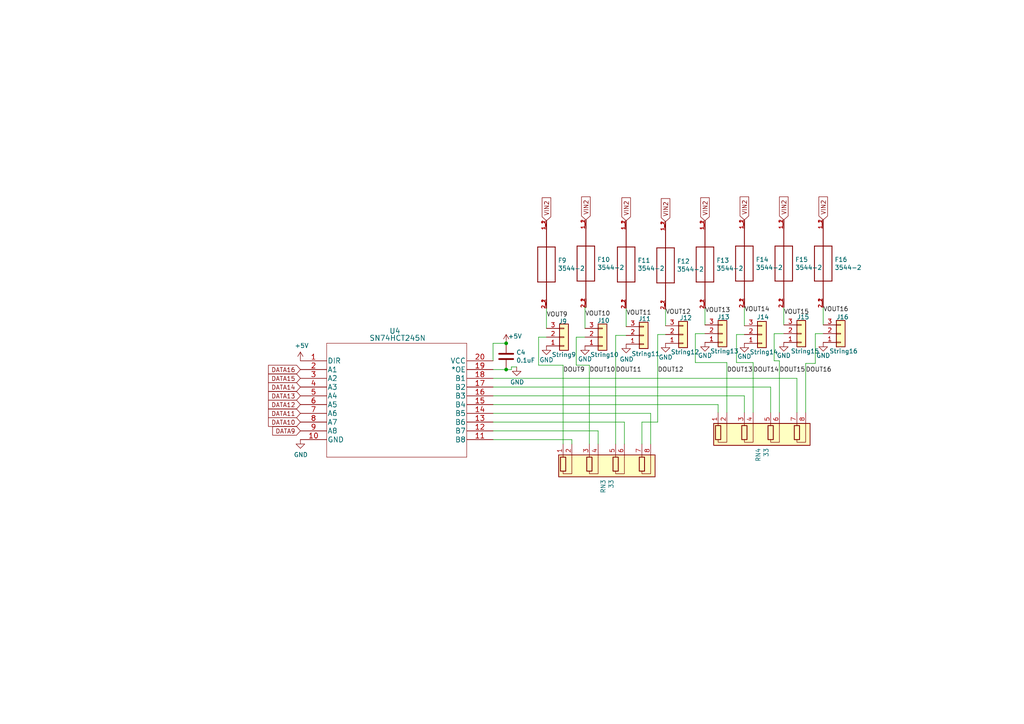
<source format=kicad_sch>
(kicad_sch (version 20211123) (generator eeschema)
  (paper "A4")
  (title_block (title "BBB 16") (date "2023-02-02") (rev "v2.3") (company "Scott Hanson"))
  (lib_symbols
    (symbol "BBB_16-rescue:3544-2-Keystone_Fuse" (pin_names (offset 1.016) hide)
      (property "Reference" "F" (at -5.08 3.302 0))
      (property "Value" "3544-2-Keystone_Fuse" (at -5.08 -5.08 0))
      (symbol "3544-2-Keystone_Fuse_0_0"
        (polyline (pts (xy -12.7 0) (xy 12.7 0)) (stroke (width 0.254)))
        (polyline (pts (xy -5.08 -2.54) (xy -5.08 2.54)) (stroke (width 0.254)))
        (polyline (pts (xy -5.08 2.54) (xy 5.08 2.54)) (stroke (width 0.254)))
        (polyline (pts (xy 5.08 -2.54) (xy -5.08 -2.54)) (stroke (width 0.254)))
        (polyline (pts (xy 5.08 2.54) (xy 5.08 -2.54)) (stroke (width 0.254)))
        (pin passive line (at -12.7 0 0) (length 2.54) (name "1") (number "1_1"))
        (pin passive line (at -12.7 0 0) (length 2.54) (name "1") (number "1_2"))
        (pin passive line (at 12.7 0 180) (length 2.54) (name "2") (number "2_1"))
        (pin passive line (at 12.7 0 180) (length 2.54) (name "2") (number "2_2"))
      )
    )
    (symbol "BBB_16-rescue:C-Device" (pin_numbers hide) (pin_names (offset 0.254))
      (property "Reference" "C" (at 0.635 2.54 0))
      (property "Value" "C-Device" (at 0.635 -2.54 0))
      (symbol "C-Device_0_1"
        (polyline (pts (xy -2.032 -0.762) (xy 2.032 -0.762)) (stroke (width 0.508)))
        (polyline (pts (xy -2.032 0.762) (xy 2.032 0.762)) (stroke (width 0.508)))
      )
      (symbol "C-Device_1_1"
        (pin passive line (at 0 3.81 270) (length 2.794) (name "~") (number "1"))
        (pin passive line (at 0 -3.81 90) (length 2.794) (name "~") (number "2"))
      )
    )
    (symbol "BBB_16-rescue:R_Pack04_SIP-Device" (pin_names (offset 0) hide)
      (property "Reference" "RN" (at -15.24 0 90))
      (property "Value" "R_Pack04_SIP-Device" (at 15.24 0 90))
      (symbol "R_Pack04_SIP-Device_0_1"
        (rectangle (start -13.97 -1.905) (end 13.97 4.445) (stroke (width 0.254)) (fill (type background)))
        (rectangle (start -13.462 2.794) (end -11.938 -1.27) (stroke (width 0.254)))
        (rectangle (start -5.842 2.794) (end -4.318 -1.27) (stroke (width 0.254)))
        (polyline (pts (xy -12.7 2.794) (xy -12.7 3.556) (xy -10.16 3.556) (xy -10.16 -1.27)))
        (polyline (pts (xy -5.08 2.794) (xy -5.08 3.556) (xy -2.54 3.556) (xy -2.54 -1.27)))
        (polyline (pts (xy 2.54 2.794) (xy 2.54 3.556) (xy 5.08 3.556) (xy 5.08 -1.27)))
        (polyline (pts (xy 10.16 2.794) (xy 10.16 3.556) (xy 12.7 3.556) (xy 12.7 -1.27)))
        (rectangle (start 1.778 2.794) (end 3.302 -1.27) (stroke (width 0.254)))
        (rectangle (start 9.398 2.794) (end 10.922 -1.27) (stroke (width 0.254)))
      )
      (symbol "R_Pack04_SIP-Device_1_1"
        (pin passive line (at -12.7 -5.08 90) (length 3.81) (name "R1.1") (number "1"))
        (pin passive line (at -10.16 -5.08 90) (length 3.81) (name "R1.2") (number "2"))
        (pin passive line (at -5.08 -5.08 90) (length 3.81) (name "R2.1") (number "3"))
        (pin passive line (at -2.54 -5.08 90) (length 3.81) (name "R2.2") (number "4"))
        (pin passive line (at 2.54 -5.08 90) (length 3.81) (name "R3.1") (number "5"))
        (pin passive line (at 5.08 -5.08 90) (length 3.81) (name "R3.2") (number "6"))
        (pin passive line (at 10.16 -5.08 90) (length 3.81) (name "R4.1") (number "7"))
        (pin passive line (at 12.7 -5.08 90) (length 3.81) (name "R4.2") (number "8"))
      )
    )
    (symbol "BBB_16-rescue:SN74HCT245N-SN74HCT245N" (pin_names (offset 0.254))
      (property "Reference" "U" (at 27.94 10.16 0))
      (property "Value" "SN74HCT245N-SN74HCT245N" (at 27.94 7.62 0))
      (symbol "SN74HCT245N-SN74HCT245N_1_0"
        (polyline (pts (xy 7.62 -27.94) (xy 48.26 -27.94)) (stroke (width 0.127)))
        (polyline (pts (xy 7.62 5.08) (xy 7.62 -27.94)) (stroke (width 0.127)))
        (polyline (pts (xy 48.26 -27.94) (xy 48.26 5.08)) (stroke (width 0.127)))
        (polyline (pts (xy 48.26 5.08) (xy 7.62 5.08)) (stroke (width 0.127)))
        (pin input line (at 0 0 0) (length 7.62) (name "DIR") (number "1"))
        (pin power_in line (at 0 -22.86 0) (length 7.62) (name "GND") (number "10"))
        (pin bidirectional line (at 55.88 -22.86 180) (length 7.62) (name "B8") (number "11"))
        (pin bidirectional line (at 55.88 -20.32 180) (length 7.62) (name "B7") (number "12"))
        (pin bidirectional line (at 55.88 -17.78 180) (length 7.62) (name "B6") (number "13"))
        (pin bidirectional line (at 55.88 -15.24 180) (length 7.62) (name "B5") (number "14"))
        (pin bidirectional line (at 55.88 -12.7 180) (length 7.62) (name "B4") (number "15"))
        (pin bidirectional line (at 55.88 -10.16 180) (length 7.62) (name "B3") (number "16"))
        (pin bidirectional line (at 55.88 -7.62 180) (length 7.62) (name "B2") (number "17"))
        (pin bidirectional line (at 55.88 -5.08 180) (length 7.62) (name "B1") (number "18"))
        (pin input line (at 55.88 -2.54 180) (length 7.62) (name "*OE") (number "19"))
        (pin bidirectional line (at 0 -2.54 0) (length 7.62) (name "A1") (number "2"))
        (pin power_in line (at 55.88 0 180) (length 7.62) (name "VCC") (number "20"))
        (pin bidirectional line (at 0 -5.08 0) (length 7.62) (name "A2") (number "3"))
        (pin bidirectional line (at 0 -7.62 0) (length 7.62) (name "A3") (number "4"))
        (pin bidirectional line (at 0 -10.16 0) (length 7.62) (name "A4") (number "5"))
        (pin bidirectional line (at 0 -12.7 0) (length 7.62) (name "A5") (number "6"))
        (pin bidirectional line (at 0 -15.24 0) (length 7.62) (name "A6") (number "7"))
        (pin bidirectional line (at 0 -17.78 0) (length 7.62) (name "A7") (number "8"))
        (pin bidirectional line (at 0 -20.32 0) (length 7.62) (name "A8") (number "9"))
      )
    )
    (symbol "Connector_Generic:Conn_01x03" (pin_names (offset 1.016) hide)
      (property "Reference" "J" (at 0 5.08 0))
      (property "Value" "Conn_01x03" (at 0 -5.08 0))
      (symbol "Conn_01x03_1_1"
        (rectangle (start -1.27 -2.413) (end 0 -2.667) (stroke (width 0.1524)))
        (rectangle (start -1.27 0.127) (end 0 -0.127) (stroke (width 0.1524)))
        (rectangle (start -1.27 2.667) (end 0 2.413) (stroke (width 0.1524)))
        (rectangle (start -1.27 3.81) (end 1.27 -3.81) (stroke (width 0.254)) (fill (type background)))
        (pin passive line (at -5.08 2.54 0) (length 3.81) (name "Pin_1") (number "1"))
        (pin passive line (at -5.08 0 0) (length 3.81) (name "Pin_2") (number "2"))
        (pin passive line (at -5.08 -2.54 0) (length 3.81) (name "Pin_3") (number "3"))
      )
    )
    (symbol "power:+5V" (power) (pin_names (offset 0))
      (property "Value" "+5V" (at 0 3.556 0))
      (symbol "+5V_0_1"
        (polyline (pts (xy -0.762 1.27) (xy 0 2.54)))
        (polyline (pts (xy 0 0) (xy 0 2.54)))
        (polyline (pts (xy 0 2.54) (xy 0.762 1.27)))
      )
      (symbol "+5V_1_1"
        (pin power_in line (at 0 0 90) (length 0) hide (name "+5V") (number "1"))
      )
    )
    (symbol "power:GND" (power) (pin_names (offset 0))
      (property "Value" "GND" (at 0 -3.81 0))
      (symbol "GND_0_1"
        (polyline (pts (xy 0 0) (xy 0 -1.27) (xy 1.27 -1.27) (xy 0 -2.54) (xy -1.27 -1.27) (xy 0 -1.27)))
      )
      (symbol "GND_1_1"
        (pin power_in line (at 0 0 270) (length 0) hide (name "GND") (number "1"))
      )
    )
  )
  (junction (at 146.812 99.568))
  (junction (at 146.812 107.188))
  (wire (pts (xy 224.536 96.774) (xy 227.33 96.774)))
  (wire (pts (xy 204.47 94.234) (xy 204.47 89.408)))
  (wire (pts (xy 146.812 107.188) (xy 143.002 107.188)))
  (wire (pts (xy 169.672 95.25) (xy 169.672 89.154)))
  (wire (pts (xy 143.002 112.268) (xy 223.52 112.268)))
  (wire (pts (xy 190.754 122.428) (xy 186.182 122.428)))
  (wire (pts (xy 169.672 89.154) (xy 169.926 89.154)))
  (wire (pts (xy 170.942 105.918) (xy 167.132 105.918)))
  (wire (pts (xy 224.536 104.648) (xy 224.536 96.774)))
  (wire (pts (xy 181.102 122.428) (xy 181.102 128.778)))
  (wire (pts (xy 233.68 105.41) (xy 236.474 105.41)))
  (wire (pts (xy 146.812 99.568) (xy 143.002 99.568)))
  (wire (pts (xy 165.862 127.508) (xy 165.862 128.778)))
  (wire (pts (xy 148.336 107.188) (xy 146.812 107.188)))
  (wire (pts (xy 156.21 105.918) (xy 156.21 97.79)))
  (wire (pts (xy 143.002 119.888) (xy 188.722 119.888)))
  (wire (pts (xy 213.614 105.156) (xy 218.44 105.156)))
  (wire (pts (xy 170.942 128.778) (xy 170.942 105.918)))
  (wire (pts (xy 201.676 105.156) (xy 210.82 105.156)))
  (wire (pts (xy 193.04 97.028) (xy 190.754 97.028)))
  (wire (pts (xy 173.482 124.968) (xy 173.482 128.778)))
  (wire (pts (xy 148.336 106.426) (xy 148.336 107.188)))
  (wire (pts (xy 236.474 96.774) (xy 238.76 96.774)))
  (wire (pts (xy 143.002 117.348) (xy 208.28 117.348)))
  (wire (pts (xy 178.562 97.282) (xy 181.61 97.282)))
  (wire (pts (xy 143.002 124.968) (xy 173.482 124.968)))
  (wire (pts (xy 156.21 97.79) (xy 158.496 97.79)))
  (wire (pts (xy 204.47 96.774) (xy 201.676 96.774)))
  (wire (pts (xy 213.614 97.028) (xy 213.614 105.156)))
  (wire (pts (xy 231.14 109.728) (xy 231.14 119.634)))
  (wire (pts (xy 181.61 89.408) (xy 181.61 94.742)))
  (wire (pts (xy 143.002 114.808) (xy 215.9 114.808)))
  (wire (pts (xy 143.002 109.728) (xy 231.14 109.728)))
  (wire (pts (xy 215.9 97.028) (xy 213.614 97.028)))
  (wire (pts (xy 178.562 128.778) (xy 178.562 97.282)))
  (wire (pts (xy 167.132 105.918) (xy 167.132 97.79)))
  (wire (pts (xy 163.322 128.778) (xy 163.322 105.918)))
  (wire (pts (xy 226.06 119.634) (xy 226.06 104.648)))
  (wire (pts (xy 169.672 97.79) (xy 167.132 97.79)))
  (wire (pts (xy 163.322 105.918) (xy 156.21 105.918)))
  (wire (pts (xy 218.44 105.156) (xy 218.44 119.634)))
  (wire (pts (xy 143.002 122.428) (xy 181.102 122.428)))
  (wire (pts (xy 193.04 94.488) (xy 193.04 89.662)))
  (wire (pts (xy 188.722 119.888) (xy 188.722 128.778)))
  (wire (pts (xy 149.86 106.426) (xy 148.336 106.426)))
  (wire (pts (xy 210.82 105.156) (xy 210.82 119.634)))
  (wire (pts (xy 143.002 99.568) (xy 143.002 104.648)))
  (wire (pts (xy 226.06 104.648) (xy 224.536 104.648)))
  (wire (pts (xy 186.182 122.428) (xy 186.182 128.778)))
  (wire (pts (xy 201.676 96.774) (xy 201.676 105.156)))
  (wire (pts (xy 215.9 89.154) (xy 215.9 94.488)))
  (wire (pts (xy 158.496 89.408) (xy 158.496 95.25)))
  (wire (pts (xy 236.474 105.41) (xy 236.474 96.774)))
  (wire (pts (xy 238.76 94.234) (xy 238.76 89.154)))
  (wire (pts (xy 190.754 97.028) (xy 190.754 122.428)))
  (wire (pts (xy 208.28 117.348) (xy 208.28 119.634)))
  (wire (pts (xy 227.33 89.154) (xy 227.33 94.234)))
  (wire (pts (xy 215.9 119.634) (xy 215.9 114.808)))
  (wire (pts (xy 233.68 119.634) (xy 233.68 105.41)))
  (wire (pts (xy 223.52 112.268) (xy 223.52 119.634)))
  (wire (pts (xy 143.002 127.508) (xy 165.862 127.508)))
  (label "DOUT11" (at 178.562 108.204 0))
  (label "VOUT16" (at 238.76 90.678 0))
  (label "VOUT13" (at 204.47 90.932 0))
  (label "VOUT15" (at 227.33 91.44 0))
  (label "DOUT9" (at 163.322 108.204 0))
  (label "VOUT10" (at 169.672 91.948 0))
  (label "DOUT14" (at 218.44 108.204 0))
  (label "VOUT14" (at 215.9 90.678 0))
  (label "DOUT10" (at 170.942 108.204 0))
  (label "DOUT16" (at 233.68 108.204 0))
  (label "DOUT15" (at 226.06 108.204 0))
  (label "DOUT12" (at 190.754 108.204 0))
  (label "VOUT12" (at 193.04 91.44 0))
  (label "VOUT11" (at 181.61 91.694 0))
  (label "VOUT9" (at 158.496 92.202 0))
  (label "DOUT13" (at 210.82 108.204 0))
  (global_label "DATA14" (shape input) (at 87.122 112.268 180) (property "Intersheet References" "${INTERSHEET_REFS}" (effects hide)))
  (global_label "DATA12" (shape input) (at 87.122 117.348 180) (property "Intersheet References" "${INTERSHEET_REFS}" (effects hide)))
  (global_label "VIN2" (shape input) (at 238.76 63.754 90) (property "Intersheet References" "${INTERSHEET_REFS}" (effects hide)))
  (global_label "VIN2" (shape input) (at 204.47 64.008 90) (property "Intersheet References" "${INTERSHEET_REFS}" (effects hide)))
  (global_label "DATA11" (shape input) (at 87.122 119.888 180) (property "Intersheet References" "${INTERSHEET_REFS}" (effects hide)))
  (global_label "VIN2" (shape input) (at 181.61 64.008 90) (property "Intersheet References" "${INTERSHEET_REFS}" (effects hide)))
  (global_label "DATA15" (shape input) (at 87.122 109.728 180) (property "Intersheet References" "${INTERSHEET_REFS}" (effects hide)))
  (global_label "DATA13" (shape input) (at 87.122 114.808 180) (property "Intersheet References" "${INTERSHEET_REFS}" (effects hide)))
  (global_label "VIN2" (shape input) (at 227.33 63.754 90) (property "Intersheet References" "${INTERSHEET_REFS}" (effects hide)))
  (global_label "DATA10" (shape input) (at 87.122 122.428 180) (property "Intersheet References" "${INTERSHEET_REFS}" (effects hide)))
  (global_label "VIN2" (shape input) (at 169.926 63.754 90) (property "Intersheet References" "${INTERSHEET_REFS}" (effects hide)))
  (global_label "DATA9" (shape input) (at 87.122 124.968 180) (property "Intersheet References" "${INTERSHEET_REFS}" (effects hide)))
  (global_label "VIN2" (shape input) (at 158.496 64.008 90) (property "Intersheet References" "${INTERSHEET_REFS}" (effects hide)))
  (global_label "DATA16" (shape input) (at 87.122 107.188 180) (property "Intersheet References" "${INTERSHEET_REFS}" (effects hide)))
  (global_label "VIN2" (shape input) (at 215.9 63.754 90) (property "Intersheet References" "${INTERSHEET_REFS}" (effects hide)))
  (global_label "VIN2" (shape input) (at 193.04 64.262 90) (property "Intersheet References" "${INTERSHEET_REFS}" (effects hide)))
  (symbol (lib_id "Connector_Generic:Conn_01x03") (at 163.576 97.79 0) (mirror x) (unit 1)
    (property "Reference" "J9" (at 162.052 93.218 0) (effects (justify left)))
    (property "Value" "String9" (at 160.02 102.87 0) (effects (justify left)))
    (property "Footprint" "Connector_Phoenix_MC:PhoenixContact_MCV_1,5_3-G-3.5_1x03_P3.50mm_Vertical" (effects hide))
    (property "Digi-Key_PN" "277-5737-ND/ED10555-ND" (effects hide))
    (property "MPN" "1843619/OSTTJ0311530" (effects hide))
  )
  (symbol (lib_id "Connector_Generic:Conn_01x03") (at 174.752 97.79 0) (mirror x) (unit 1)
    (property "Reference" "J10" (at 173.228 92.964 0) (effects (justify left)))
    (property "Value" "String10" (at 171.196 102.87 0) (effects (justify left)))
    (property "Footprint" "Connector_Phoenix_MC:PhoenixContact_MCV_1,5_3-G-3.5_1x03_P3.50mm_Vertical" (effects hide))
    (property "Digi-Key_PN" "277-5737-ND/ED10555-ND" (effects hide))
    (property "MPN" "1843619/OSTTJ0311530" (effects hide))
  )
  (symbol (lib_id "Connector_Generic:Conn_01x03") (at 186.69 97.282 0) (mirror x) (unit 1)
    (property "Reference" "J11" (at 185.166 92.456 0) (effects (justify left)))
    (property "Value" "String11" (at 183.134 102.616 0) (effects (justify left)))
    (property "Footprint" "Connector_Phoenix_MC:PhoenixContact_MCV_1,5_3-G-3.5_1x03_P3.50mm_Vertical" (effects hide))
    (property "Digi-Key_PN" "277-5737-ND/ED10555-ND" (effects hide))
    (property "MPN" "1843619/OSTTJ0311530" (effects hide))
  )
  (symbol (lib_id "Connector_Generic:Conn_01x03") (at 198.12 97.028 0) (mirror x) (unit 1)
    (property "Reference" "J12" (at 197.104 92.202 0) (effects (justify left)))
    (property "Value" "String12" (at 194.564 102.108 0) (effects (justify left)))
    (property "Footprint" "Connector_Phoenix_MC:PhoenixContact_MCV_1,5_3-G-3.5_1x03_P3.50mm_Vertical" (effects hide))
    (property "Digi-Key_PN" "277-5737-ND/ED10555-ND" (effects hide))
    (property "MPN" "1843619/OSTTJ0311530" (effects hide))
  )
  (symbol (lib_id "Connector_Generic:Conn_01x03") (at 209.55 96.774 0) (mirror x) (unit 1)
    (property "Reference" "J13" (at 208.026 91.948 0) (effects (justify left)))
    (property "Value" "String13" (at 205.994 101.854 0) (effects (justify left)))
    (property "Footprint" "Connector_Phoenix_MC:PhoenixContact_MCV_1,5_3-G-3.5_1x03_P3.50mm_Vertical" (effects hide))
    (property "Digi-Key_PN" "277-5737-ND/ED10555-ND" (effects hide))
    (property "MPN" "1843619/OSTTJ0311530" (effects hide))
  )
  (symbol (lib_id "Connector_Generic:Conn_01x03") (at 220.98 97.028 0) (mirror x) (unit 1)
    (property "Reference" "J14" (at 219.456 91.948 0) (effects (justify left)))
    (property "Value" "String14" (at 217.424 102.108 0) (effects (justify left)))
    (property "Footprint" "Connector_Phoenix_MC:PhoenixContact_MCV_1,5_3-G-3.5_1x03_P3.50mm_Vertical" (effects hide))
    (property "Digi-Key_PN" "277-5737-ND/ED10555-ND" (effects hide))
    (property "MPN" "1843619/OSTTJ0311530" (effects hide))
  )
  (symbol (lib_id "Connector_Generic:Conn_01x03") (at 232.41 96.774 0) (mirror x) (unit 1)
    (property "Reference" "J15" (at 231.14 91.948 0) (effects (justify left)))
    (property "Value" "String15" (at 229.362 101.854 0) (effects (justify left)))
    (property "Footprint" "Connector_Phoenix_MC:PhoenixContact_MCV_1,5_3-G-3.5_1x03_P3.50mm_Vertical" (effects hide))
    (property "Digi-Key_PN" "277-5737-ND/ED10555-ND" (effects hide))
    (property "MPN" "1843619/OSTTJ0311530" (effects hide))
  )
  (symbol (lib_id "Connector_Generic:Conn_01x03") (at 243.84 96.774 0) (mirror x) (unit 1)
    (property "Reference" "J16" (at 242.57 91.948 0) (effects (justify left)))
    (property "Value" "String16" (at 240.538 101.854 0) (effects (justify left)))
    (property "Footprint" "Connector_Phoenix_MC:PhoenixContact_MCV_1,5_3-G-3.5_1x03_P3.50mm_Vertical" (effects hide))
    (property "Digi-Key_PN" "277-5737-ND/ED10555-ND" (effects hide))
    (property "MPN" "1843619/OSTTJ0311530" (effects hide))
  )
  (symbol (lib_id "power:GND") (at 158.496 100.33 0) (unit 1)
    (property "Reference" "#PWR024" (effects hide))
    (property "Value" "GND" (at 158.496 104.394 0))
  )
  (symbol (lib_id "power:GND") (at 169.672 100.33 0) (unit 1)
    (property "Reference" "#PWR025" (effects hide))
    (property "Value" "GND" (at 169.672 104.14 0))
  )
  (symbol (lib_id "power:GND") (at 181.61 99.822 0) (unit 1)
    (property "Reference" "#PWR026" (effects hide))
    (property "Value" "GND" (at 181.737 104.2162 0))
  )
  (symbol (lib_id "power:GND") (at 193.04 99.568 0) (unit 1)
    (property "Reference" "#PWR027" (effects hide))
    (property "Value" "GND" (at 193.04 103.632 0))
  )
  (symbol (lib_id "power:GND") (at 204.47 99.314 0) (unit 1)
    (property "Reference" "#PWR028" (effects hide))
    (property "Value" "GND" (at 204.47 103.124 0))
  )
  (symbol (lib_id "power:GND") (at 215.9 99.568 0) (unit 1)
    (property "Reference" "#PWR029" (effects hide))
    (property "Value" "GND" (at 215.9 103.378 0))
  )
  (symbol (lib_id "power:GND") (at 227.33 99.314 0) (unit 1)
    (property "Reference" "#PWR030" (effects hide))
    (property "Value" "GND" (at 227.33 103.124 0))
  )
  (symbol (lib_id "power:GND") (at 238.76 99.314 0) (unit 1)
    (property "Reference" "#PWR031" (effects hide))
    (property "Value" "GND" (at 238.76 103.124 0))
  )
  (symbol (lib_id "BBB_16-rescue:3544-2-Keystone_Fuse") (at 169.926 76.454 270) (unit 1)
    (property "Reference" "F10" (at 173.228 75.2856 90) (effects (justify left)))
    (property "Value" "3544-2" (at 173.228 77.597 90) (effects (justify left)))
    (property "Footprint" "Scotts:FUSE_3544-2" (effects hide))
    (property "Field4" "3544-2" (effects hide))
    (property "Field5" "None" (effects hide))
    (property "Field6" "Unavailable" (effects hide))
    (property "Field7" "Fuse Clip; 500 VAC; 30 A; PCB; For 0.110 in. x 0.032 in. mini blade fuses" (effects hide))
    (property "Field8" "Keystone Electronics" (effects hide))
    (property "Digi-Key_PN" "36-3544-2-ND" (effects hide))
    (property "MPN" "3544-2" (effects hide))
  )
  (symbol (lib_id "BBB_16-rescue:3544-2-Keystone_Fuse") (at 181.61 76.708 270) (unit 1)
    (property "Reference" "F11" (at 184.912 75.5396 90) (effects (justify left)))
    (property "Value" "3544-2" (at 184.912 77.851 90) (effects (justify left)))
    (property "Footprint" "Scotts:FUSE_3544-2" (effects hide))
    (property "Field4" "3544-2" (effects hide))
    (property "Field5" "None" (effects hide))
    (property "Field6" "Unavailable" (effects hide))
    (property "Field7" "Fuse Clip; 500 VAC; 30 A; PCB; For 0.110 in. x 0.032 in. mini blade fuses" (effects hide))
    (property "Field8" "Keystone Electronics" (effects hide))
    (property "Digi-Key_PN" "36-3544-2-ND" (effects hide))
    (property "MPN" "3544-2" (effects hide))
  )
  (symbol (lib_id "BBB_16-rescue:3544-2-Keystone_Fuse") (at 193.04 76.962 270) (unit 1)
    (property "Reference" "F12" (at 196.342 75.7936 90) (effects (justify left)))
    (property "Value" "3544-2" (at 196.342 78.105 90) (effects (justify left)))
    (property "Footprint" "Scotts:FUSE_3544-2" (effects hide))
    (property "Field4" "3544-2" (effects hide))
    (property "Field5" "None" (effects hide))
    (property "Field6" "Unavailable" (effects hide))
    (property "Field7" "Fuse Clip; 500 VAC; 30 A; PCB; For 0.110 in. x 0.032 in. mini blade fuses" (effects hide))
    (property "Field8" "Keystone Electronics" (effects hide))
    (property "Digi-Key_PN" "36-3544-2-ND" (effects hide))
    (property "MPN" "3544-2" (effects hide))
  )
  (symbol (lib_id "BBB_16-rescue:3544-2-Keystone_Fuse") (at 204.47 76.708 270) (unit 1)
    (property "Reference" "F13" (at 207.772 75.5396 90) (effects (justify left)))
    (property "Value" "3544-2" (at 207.772 77.851 90) (effects (justify left)))
    (property "Footprint" "Scotts:FUSE_3544-2" (effects hide))
    (property "Field4" "3544-2" (effects hide))
    (property "Field5" "None" (effects hide))
    (property "Field6" "Unavailable" (effects hide))
    (property "Field7" "Fuse Clip; 500 VAC; 30 A; PCB; For 0.110 in. x 0.032 in. mini blade fuses" (effects hide))
    (property "Field8" "Keystone Electronics" (effects hide))
    (property "Digi-Key_PN" "36-3544-2-ND" (effects hide))
    (property "MPN" "3544-2" (effects hide))
  )
  (symbol (lib_id "BBB_16-rescue:3544-2-Keystone_Fuse") (at 215.9 76.454 270) (unit 1)
    (property "Reference" "F14" (at 219.202 75.2856 90) (effects (justify left)))
    (property "Value" "3544-2" (at 219.202 77.597 90) (effects (justify left)))
    (property "Footprint" "Scotts:FUSE_3544-2" (effects hide))
    (property "Field4" "3544-2" (effects hide))
    (property "Field5" "None" (effects hide))
    (property "Field6" "Unavailable" (effects hide))
    (property "Field7" "Fuse Clip; 500 VAC; 30 A; PCB; For 0.110 in. x 0.032 in. mini blade fuses" (effects hide))
    (property "Field8" "Keystone Electronics" (effects hide))
    (property "Digi-Key_PN" "36-3544-2-ND" (effects hide))
    (property "MPN" "3544-2" (effects hide))
  )
  (symbol (lib_id "BBB_16-rescue:3544-2-Keystone_Fuse") (at 227.33 76.454 270) (unit 1)
    (property "Reference" "F15" (at 230.632 75.2856 90) (effects (justify left)))
    (property "Value" "3544-2" (at 230.632 77.597 90) (effects (justify left)))
    (property "Footprint" "Scotts:FUSE_3544-2" (effects hide))
    (property "Field4" "3544-2" (effects hide))
    (property "Field5" "None" (effects hide))
    (property "Field6" "Unavailable" (effects hide))
    (property "Field7" "Fuse Clip; 500 VAC; 30 A; PCB; For 0.110 in. x 0.032 in. mini blade fuses" (effects hide))
    (property "Field8" "Keystone Electronics" (effects hide))
    (property "Digi-Key_PN" "36-3544-2-ND" (effects hide))
    (property "MPN" "3544-2" (effects hide))
  )
  (symbol (lib_id "BBB_16-rescue:3544-2-Keystone_Fuse") (at 238.76 76.454 270) (unit 1)
    (property "Reference" "F16" (at 242.062 75.2856 90) (effects (justify left)))
    (property "Value" "3544-2" (at 242.062 77.597 90) (effects (justify left)))
    (property "Footprint" "Scotts:FUSE_3544-2" (effects hide))
    (property "Field4" "3544-2" (effects hide))
    (property "Field5" "None" (effects hide))
    (property "Field6" "Unavailable" (effects hide))
    (property "Field7" "Fuse Clip; 500 VAC; 30 A; PCB; For 0.110 in. x 0.032 in. mini blade fuses" (effects hide))
    (property "Field8" "Keystone Electronics" (effects hide))
    (property "Digi-Key_PN" "36-3544-2-ND" (effects hide))
    (property "MPN" "3544-2" (effects hide))
  )
  (symbol (lib_id "power:GND") (at 149.86 106.426 0) (unit 1)
    (property "Reference" "#PWR023" (effects hide))
    (property "Value" "GND" (at 149.987 110.8202 0))
  )
  (symbol (lib_id "power:+5V") (at 87.122 104.648 0) (unit 1)
    (property "Reference" "#PWR020" (effects hide))
    (property "Value" "+5V" (at 87.503 100.2538 0))
  )
  (symbol (lib_id "power:GND") (at 87.122 127.508 0) (unit 1)
    (property "Reference" "#PWR021" (effects hide))
    (property "Value" "GND" (at 87.249 131.9022 0))
  )
  (symbol (lib_id "BBB_16-rescue:C-Device") (at 146.812 103.378 0) (unit 1)
    (property "Reference" "C4" (at 149.733 102.2096 0) (effects (justify left)))
    (property "Value" "0.1uF" (at 149.733 104.521 0) (effects (justify left)))
    (property "Footprint" "Capacitor_THT:C_Rect_L7.0mm_W2.0mm_P5.00mm" (effects hide))
    (property "Digi-Key_PN" "478-7336-1-ND" (effects hide))
    (property "MPN" "SR215C104KARTR1" (effects hide))
  )
  (symbol (lib_id "power:+5V") (at 146.812 99.568 0) (unit 1)
    (property "Reference" "#PWR022" (effects hide))
    (property "Value" "+5V" (at 149.352 97.536 0))
  )
  (symbol (lib_id "BBB_16-rescue:R_Pack04_SIP-Device") (at 220.98 124.714 0) (mirror x) (unit 1)
    (property "Reference" "RN4" (at 219.9132 129.921 90) (effects (justify left)))
    (property "Value" "33" (at 222.2246 129.921 90) (effects (justify left)))
    (property "Footprint" "Resistor_THT:R_Array_SIP8" (effects hide))
    (property "Datasheet" "http://www.vishay.com/docs/31509/csc.pdf" (effects hide))
    (property "Digi-Key_PN" "4608X-2-330LF-ND" (effects hide))
    (property "MPN" "4608X-102-330LF" (effects hide))
  )
  (symbol (lib_id "BBB_16-rescue:SN74HCT245N-SN74HCT245N") (at 87.122 104.648 0) (unit 1)
    (property "Reference" "U4" (at 114.554 96.012 0) (effects (font (size 1.524 1.524))))
    (property "Value" "SN74HCT245N" (at 115.316 98.044 0) (effects (font (size 1.524 1.524))))
    (property "Footprint" "SN74HCT245N:SN74HCT245N" (effects hide))
    (property "Digi-Key_PN" "296-1612-5-ND" (effects hide))
    (property "MPN" "SN74HCT245N" (effects hide))
  )
  (symbol (lib_id "BBB_16-rescue:3544-2-Keystone_Fuse") (at 158.496 76.708 270) (unit 1)
    (property "Reference" "F9" (at 161.798 75.5396 90) (effects (justify left)))
    (property "Value" "3544-2" (at 161.798 77.851 90) (effects (justify left)))
    (property "Footprint" "Scotts:FUSE_3544-2" (effects hide))
    (property "Field4" "3544-2" (effects hide))
    (property "Field5" "None" (effects hide))
    (property "Field6" "Unavailable" (effects hide))
    (property "Field7" "Fuse Clip; 500 VAC; 30 A; PCB; For 0.110 in. x 0.032 in. mini blade fuses" (effects hide))
    (property "Field8" "Keystone Electronics" (effects hide))
    (property "Digi-Key_PN" "36-3544-2-ND" (effects hide))
    (property "MPN" "3544-2" (effects hide))
  )
  (symbol (lib_id "BBB_16-rescue:R_Pack04_SIP-Device") (at 176.022 133.858 0) (mirror x) (unit 1)
    (property "Reference" "RN3" (at 174.9552 139.065 90) (effects (justify left)))
    (property "Value" "33" (at 177.2666 139.065 90) (effects (justify left)))
    (property "Footprint" "Resistor_THT:R_Array_SIP8" (effects hide))
    (property "Datasheet" "http://www.vishay.com/docs/31509/csc.pdf" (effects hide))
    (property "Digi-Key_PN" "4608X-2-330LF-ND" (effects hide))
    (property "MPN" "4608X-102-330LF" (effects hide))
  )
)
</source>
